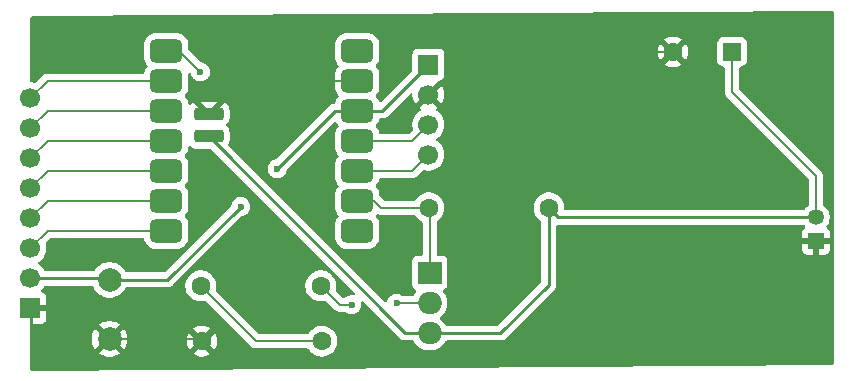
<source format=gbr>
G04 #@! TF.GenerationSoftware,KiCad,Pcbnew,9.0.4*
G04 #@! TF.CreationDate,2026-01-25T14:47:56-08:00*
G04 #@! TF.ProjectId,e-ink_PCB,652d696e-6b5f-4504-9342-2e6b69636164,rev?*
G04 #@! TF.SameCoordinates,Original*
G04 #@! TF.FileFunction,Copper,L1,Top*
G04 #@! TF.FilePolarity,Positive*
%FSLAX46Y46*%
G04 Gerber Fmt 4.6, Leading zero omitted, Abs format (unit mm)*
G04 Created by KiCad (PCBNEW 9.0.4) date 2026-01-25 14:47:56*
%MOMM*%
%LPD*%
G01*
G04 APERTURE LIST*
G04 Aperture macros list*
%AMRoundRect*
0 Rectangle with rounded corners*
0 $1 Rounding radius*
0 $2 $3 $4 $5 $6 $7 $8 $9 X,Y pos of 4 corners*
0 Add a 4 corners polygon primitive as box body*
4,1,4,$2,$3,$4,$5,$6,$7,$8,$9,$2,$3,0*
0 Add four circle primitives for the rounded corners*
1,1,$1+$1,$2,$3*
1,1,$1+$1,$4,$5*
1,1,$1+$1,$6,$7*
1,1,$1+$1,$8,$9*
0 Add four rect primitives between the rounded corners*
20,1,$1+$1,$2,$3,$4,$5,0*
20,1,$1+$1,$4,$5,$6,$7,0*
20,1,$1+$1,$6,$7,$8,$9,0*
20,1,$1+$1,$8,$9,$2,$3,0*%
G04 Aperture macros list end*
G04 #@! TA.AperFunction,SMDPad,CuDef*
%ADD10RoundRect,0.500000X-0.875000X-0.500000X0.875000X-0.500000X0.875000X0.500000X-0.875000X0.500000X0*%
G04 #@! TD*
G04 #@! TA.AperFunction,SMDPad,CuDef*
%ADD11RoundRect,0.275000X0.975000X0.275000X-0.975000X0.275000X-0.975000X-0.275000X0.975000X-0.275000X0*%
G04 #@! TD*
G04 #@! TA.AperFunction,ComponentPad*
%ADD12R,1.700000X1.700000*%
G04 #@! TD*
G04 #@! TA.AperFunction,ComponentPad*
%ADD13C,1.700000*%
G04 #@! TD*
G04 #@! TA.AperFunction,ComponentPad*
%ADD14C,1.600000*%
G04 #@! TD*
G04 #@! TA.AperFunction,ComponentPad*
%ADD15R,2.000000X1.905000*%
G04 #@! TD*
G04 #@! TA.AperFunction,ComponentPad*
%ADD16O,2.000000X1.905000*%
G04 #@! TD*
G04 #@! TA.AperFunction,ComponentPad*
%ADD17R,1.350000X1.350000*%
G04 #@! TD*
G04 #@! TA.AperFunction,ComponentPad*
%ADD18C,1.350000*%
G04 #@! TD*
G04 #@! TA.AperFunction,ComponentPad*
%ADD19RoundRect,0.250000X0.550000X0.550000X-0.550000X0.550000X-0.550000X-0.550000X0.550000X-0.550000X0*%
G04 #@! TD*
G04 #@! TA.AperFunction,ComponentPad*
%ADD20C,2.000000*%
G04 #@! TD*
G04 #@! TA.AperFunction,ViaPad*
%ADD21C,0.600000*%
G04 #@! TD*
G04 #@! TA.AperFunction,Conductor*
%ADD22C,0.200000*%
G04 #@! TD*
G04 #@! TA.AperFunction,Conductor*
%ADD23C,0.254000*%
G04 #@! TD*
G04 APERTURE END LIST*
D10*
G04 #@! TO.P,J1,2,Pin_8*
G04 #@! TO.N,Net-(J1-Pin_8)*
X88000000Y-96420000D03*
G04 #@! TO.P,J1,3,Pin_7*
G04 #@! TO.N,Net-(J2-Pin_8)*
X88000000Y-98960000D03*
G04 #@! TO.P,J1,3.3V,Pin_3*
G04 #@! TO.N,Net-(J2-Pin_2)*
X104165000Y-101500000D03*
G04 #@! TO.P,J1,4,Pin_6*
G04 #@! TO.N,Net-(J2-Pin_7)*
X88000000Y-101500000D03*
G04 #@! TO.P,J1,5,Pin_5*
G04 #@! TO.N,Net-(J2-Pin_6)*
X88000000Y-104040000D03*
G04 #@! TO.P,J1,5V,Pin_1*
G04 #@! TO.N,unconnected-(J1-Pin_1-Pad5V)*
X104165000Y-96420000D03*
G04 #@! TO.P,J1,6,Pin_4*
G04 #@! TO.N,Net-(J2-Pin_5)*
X88000000Y-106580000D03*
G04 #@! TO.P,J1,7,Pin_3*
G04 #@! TO.N,Net-(J2-Pin_4)*
X88000000Y-109120000D03*
G04 #@! TO.P,J1,8,Pin_6*
G04 #@! TO.N,Net-(Q1-G)*
X104165000Y-109120000D03*
G04 #@! TO.P,J1,9,Pin_5*
G04 #@! TO.N,Net-(J3-Pin_4)*
X104165000Y-106580000D03*
G04 #@! TO.P,J1,10,Pin_4*
G04 #@! TO.N,Net-(J3-Pin_3)*
X104165000Y-104040000D03*
G04 #@! TO.P,J1,20,Pin_7*
G04 #@! TO.N,unconnected-(J1-Pin_7-Pad20)*
X104165000Y-111660000D03*
G04 #@! TO.P,J1,21,Pin_2*
G04 #@! TO.N,Net-(J2-Pin_3)*
X88000000Y-111660000D03*
D11*
G04 #@! TO.P,J1,BAT+,Pin_1*
G04 #@! TO.N,Net-(J4-Pin_2)*
X91610000Y-103658000D03*
G04 #@! TO.P,J1,BAT-,Pin_1*
G04 #@! TO.N,GND*
X91610000Y-101753000D03*
D10*
G04 #@! TO.P,J1,GND,Pin_2*
X104165000Y-98960000D03*
G04 #@! TD*
D12*
G04 #@! TO.P,J3,VIN,Pin_1*
G04 #@! TO.N,Net-(J2-Pin_2)*
X110200000Y-97580000D03*
D13*
G04 #@! TO.P,J3,GND,Pin_2*
G04 #@! TO.N,GND*
X110200000Y-100120000D03*
G04 #@! TO.P,J3,SCL,Pin_3*
G04 #@! TO.N,Net-(J3-Pin_3)*
X110200000Y-102660000D03*
G04 #@! TO.P,J3,SDA,Pin_4*
G04 #@! TO.N,Net-(J3-Pin_4)*
X110200000Y-105200000D03*
G04 #@! TD*
D14*
G04 #@! TO.P,R3,1*
G04 #@! TO.N,Net-(Q1-G)*
X110240000Y-109700000D03*
G04 #@! TO.P,R3,2*
G04 #@! TO.N,Net-(J4-Pin_2)*
X120400000Y-109700000D03*
G04 #@! TD*
G04 #@! TO.P,R1,1*
G04 #@! TO.N,Net-(J1-Pin_8)*
X90920000Y-116300000D03*
G04 #@! TO.P,R1,2*
G04 #@! TO.N,Net-(Q1-D)*
X101080000Y-116300000D03*
G04 #@! TD*
D15*
G04 #@! TO.P,MOSFET,1,G*
G04 #@! TO.N,Net-(Q1-G)*
X110300000Y-115220000D03*
D16*
G04 #@! TO.P,MOSFET,2,D*
G04 #@! TO.N,Net-(Q1-D)*
X110300000Y-117760000D03*
G04 #@! TO.P,MOSFET,3,S*
G04 #@! TO.N,Net-(J4-Pin_2)*
X110300000Y-120300000D03*
G04 #@! TD*
D17*
G04 #@! TO.P,J5,1,Pin_1*
G04 #@! TO.N,GND*
X143000000Y-112500000D03*
D18*
G04 #@! TO.P,J5,2,Pin_2*
G04 #@! TO.N,Net-(J4-Pin_2)*
X143000000Y-110500000D03*
G04 #@! TD*
D19*
G04 #@! TO.P,J4,+,Pin_2*
G04 #@! TO.N,Net-(J4-Pin_2)*
X135902651Y-96500000D03*
D14*
G04 #@! TO.P,J4,-,Pin_1*
G04 #@! TO.N,GND*
X130902651Y-96500000D03*
G04 #@! TD*
D20*
G04 #@! TO.P,C1,1*
G04 #@! TO.N,GND*
X83200000Y-120800000D03*
G04 #@! TO.P,C1,2*
G04 #@! TO.N,Net-(J2-Pin_2)*
X83200000Y-115800000D03*
G04 #@! TD*
D12*
G04 #@! TO.P,Display,GND,Pin_1*
G04 #@! TO.N,GND*
X76500000Y-118200000D03*
D13*
G04 #@! TO.P,Display,VCC,Pin_2*
G04 #@! TO.N,Net-(J2-Pin_2)*
X76500000Y-115660000D03*
G04 #@! TO.P,Display,SCL,Pin_3*
G04 #@! TO.N,Net-(J2-Pin_3)*
X76500000Y-113120000D03*
G04 #@! TO.P,Display,SDA,Pin_4*
G04 #@! TO.N,Net-(J2-Pin_4)*
X76500000Y-110580000D03*
G04 #@! TO.P,Display,RES,Pin_5*
G04 #@! TO.N,Net-(J2-Pin_5)*
X76500000Y-108040000D03*
G04 #@! TO.P,Display,DC,Pin_6*
G04 #@! TO.N,Net-(J2-Pin_6)*
X76500000Y-105500000D03*
G04 #@! TO.P,Display,CS,Pin_7*
G04 #@! TO.N,Net-(J2-Pin_7)*
X76500000Y-102960000D03*
G04 #@! TO.P,Display,BUSY,Pin_8*
G04 #@! TO.N,Net-(J2-Pin_8)*
X76500000Y-100420000D03*
G04 #@! TD*
D14*
G04 #@! TO.P,R2,1*
G04 #@! TO.N,GND*
X91020000Y-121000000D03*
G04 #@! TO.P,R2,2*
G04 #@! TO.N,Net-(J1-Pin_8)*
X101180000Y-121000000D03*
G04 #@! TD*
D21*
G04 #@! TO.N,GND*
X141000000Y-112500000D03*
X120000000Y-105000000D03*
X130000000Y-105000000D03*
X80000000Y-95000000D03*
X110000000Y-95000000D03*
X140000000Y-95000000D03*
X120000000Y-95000000D03*
X120000000Y-120000000D03*
X130000000Y-120000000D03*
X140000000Y-120000000D03*
X126100000Y-96500000D03*
X120000000Y-96500000D03*
X98900000Y-98960000D03*
X94500000Y-98960000D03*
X88000000Y-121500000D03*
X79500000Y-119500000D03*
G04 #@! TO.N,Net-(J1-Pin_8)*
X90900000Y-98200000D03*
G04 #@! TO.N,Net-(J2-Pin_2)*
X94300000Y-109600000D03*
X97400000Y-106400000D03*
G04 #@! TO.N,Net-(Q1-D)*
X107500000Y-117800000D03*
X103700000Y-117900000D03*
G04 #@! TO.N,GND*
X143000000Y-117000000D03*
X143000000Y-115000000D03*
G04 #@! TD*
D22*
G04 #@! TO.N,GND*
X143000000Y-112500000D02*
X141000000Y-112500000D01*
X126100000Y-96500000D02*
X130902651Y-96500000D01*
X120000000Y-96500000D02*
X126100000Y-96500000D01*
X98900000Y-98960000D02*
X94500000Y-98960000D01*
X94500000Y-98960000D02*
X94403000Y-98960000D01*
X104165000Y-98960000D02*
X98900000Y-98960000D01*
X94403000Y-98960000D02*
X91610000Y-101753000D01*
X88000000Y-120800000D02*
X88000000Y-121500000D01*
X88000000Y-120800000D02*
X90820000Y-120800000D01*
X79500000Y-118200000D02*
X79500000Y-119500000D01*
X76500000Y-118200000D02*
X79500000Y-118200000D01*
G04 #@! TO.N,Net-(J1-Pin_8)*
X90900000Y-98200000D02*
X89120000Y-96420000D01*
X89120000Y-96420000D02*
X88000000Y-96420000D01*
D23*
G04 #@! TO.N,Net-(J2-Pin_2)*
X83200000Y-115800000D02*
X88100000Y-115800000D01*
X97400000Y-106400000D02*
X102300000Y-101500000D01*
X88100000Y-115800000D02*
X94300000Y-109600000D01*
X102300000Y-101500000D02*
X104165000Y-101500000D01*
D22*
G04 #@! TO.N,Net-(Q1-D)*
X107500000Y-117800000D02*
X107540000Y-117760000D01*
X107540000Y-117760000D02*
X110300000Y-117760000D01*
X102680000Y-117900000D02*
X103700000Y-117900000D01*
X101080000Y-116300000D02*
X102680000Y-117900000D01*
G04 #@! TO.N,GND*
X83200000Y-120800000D02*
X88000000Y-120800000D01*
X90820000Y-120800000D02*
X91020000Y-121000000D01*
X79500000Y-118200000D02*
X80600000Y-118200000D01*
X80600000Y-118200000D02*
X83200000Y-120800000D01*
G04 #@! TO.N,Net-(J2-Pin_3)*
X76500000Y-113120000D02*
X77960000Y-111660000D01*
X77960000Y-111660000D02*
X88000000Y-111660000D01*
G04 #@! TO.N,Net-(J2-Pin_4)*
X76500000Y-110580000D02*
X77960000Y-109120000D01*
X77960000Y-109120000D02*
X88000000Y-109120000D01*
G04 #@! TO.N,Net-(J2-Pin_5)*
X76500000Y-108040000D02*
X77960000Y-106580000D01*
X77960000Y-106580000D02*
X88000000Y-106580000D01*
G04 #@! TO.N,Net-(J2-Pin_6)*
X76500000Y-105500000D02*
X77960000Y-104040000D01*
X77960000Y-104040000D02*
X88000000Y-104040000D01*
G04 #@! TO.N,Net-(J2-Pin_7)*
X76500000Y-102960000D02*
X77960000Y-101500000D01*
X77960000Y-101500000D02*
X88000000Y-101500000D01*
G04 #@! TO.N,Net-(J2-Pin_8)*
X76500000Y-100420000D02*
X77960000Y-98960000D01*
X77960000Y-98960000D02*
X88000000Y-98960000D01*
D23*
G04 #@! TO.N,Net-(J4-Pin_2)*
X91610000Y-103658000D02*
X108252000Y-120300000D01*
X108252000Y-120300000D02*
X110300000Y-120300000D01*
G04 #@! TO.N,Net-(J2-Pin_2)*
X76500000Y-115660000D02*
X83060000Y-115660000D01*
D22*
X83060000Y-115660000D02*
X83200000Y-115800000D01*
G04 #@! TO.N,GND*
X113820000Y-96500000D02*
X120000000Y-96500000D01*
X110200000Y-100120000D02*
X113820000Y-96500000D01*
D23*
G04 #@! TO.N,Net-(J2-Pin_2)*
X104165000Y-101500000D02*
X106280000Y-101500000D01*
X106280000Y-101500000D02*
X110200000Y-97580000D01*
D22*
G04 #@! TO.N,Net-(J3-Pin_3)*
X104165000Y-104040000D02*
X108820000Y-104040000D01*
X108820000Y-104040000D02*
X110200000Y-102660000D01*
G04 #@! TO.N,Net-(J3-Pin_4)*
X104165000Y-106580000D02*
X108820000Y-106580000D01*
X108820000Y-106580000D02*
X110200000Y-105200000D01*
G04 #@! TO.N,Net-(Q1-G)*
X104165000Y-109120000D02*
X105620000Y-109120000D01*
X105620000Y-109120000D02*
X106200000Y-109700000D01*
X106200000Y-109700000D02*
X110240000Y-109700000D01*
X110300000Y-115220000D02*
X110300000Y-109760000D01*
X110300000Y-109760000D02*
X110240000Y-109700000D01*
G04 #@! TO.N,Net-(J1-Pin_8)*
X101180000Y-121000000D02*
X95620000Y-121000000D01*
X95620000Y-121000000D02*
X90920000Y-116300000D01*
D23*
G04 #@! TO.N,Net-(J4-Pin_2)*
X120400000Y-109700000D02*
X120400000Y-116200000D01*
X120400000Y-116200000D02*
X116300000Y-120300000D01*
X116300000Y-120300000D02*
X110300000Y-120300000D01*
X143000000Y-110500000D02*
X121199999Y-110499999D01*
X121199999Y-110499999D02*
X120400000Y-109700000D01*
D22*
G04 #@! TO.N,GND*
X143000000Y-115000000D02*
X143000000Y-117000000D01*
X143000000Y-112500000D02*
X143000000Y-115000000D01*
G04 #@! TO.N,Net-(J4-Pin_2)*
X143000000Y-110500000D02*
X143000000Y-107000000D01*
X143000000Y-107000000D02*
X135902651Y-99902651D01*
X135902651Y-99902651D02*
X135902651Y-96500000D01*
G04 #@! TD*
G04 #@! TA.AperFunction,Conductor*
G04 #@! TO.N,GND*
G36*
X144442271Y-93020109D02*
G01*
X144488413Y-93072576D01*
X144500000Y-93124915D01*
X144500000Y-122876908D01*
X144480315Y-122943947D01*
X144427511Y-122989702D01*
X144376912Y-123000905D01*
X76624912Y-123499081D01*
X76557729Y-123479890D01*
X76511587Y-123427423D01*
X76500000Y-123375084D01*
X76500000Y-120681947D01*
X81700000Y-120681947D01*
X81700000Y-120918052D01*
X81736934Y-121151247D01*
X81809897Y-121375802D01*
X81917087Y-121586174D01*
X81977338Y-121669104D01*
X81977340Y-121669105D01*
X82717037Y-120929408D01*
X82734075Y-120992993D01*
X82799901Y-121107007D01*
X82892993Y-121200099D01*
X83007007Y-121265925D01*
X83070590Y-121282962D01*
X82330893Y-122022658D01*
X82413828Y-122082914D01*
X82624197Y-122190102D01*
X82848752Y-122263065D01*
X82848751Y-122263065D01*
X83081948Y-122300000D01*
X83318052Y-122300000D01*
X83551247Y-122263065D01*
X83775802Y-122190102D01*
X83986163Y-122082918D01*
X83986169Y-122082914D01*
X84069105Y-122022658D01*
X83329408Y-121282962D01*
X83392993Y-121265925D01*
X83507007Y-121200099D01*
X83600099Y-121107007D01*
X83665925Y-120992993D01*
X83682962Y-120929408D01*
X84422658Y-121669105D01*
X84422658Y-121669104D01*
X84482914Y-121586169D01*
X84482918Y-121586163D01*
X84590102Y-121375802D01*
X84663065Y-121151247D01*
X84700000Y-120918052D01*
X84700000Y-120897682D01*
X89720000Y-120897682D01*
X89720000Y-121102317D01*
X89752009Y-121304417D01*
X89815244Y-121499031D01*
X89908141Y-121681350D01*
X89908147Y-121681359D01*
X89940523Y-121725921D01*
X89940524Y-121725922D01*
X90620000Y-121046446D01*
X90620000Y-121052661D01*
X90647259Y-121154394D01*
X90699920Y-121245606D01*
X90774394Y-121320080D01*
X90865606Y-121372741D01*
X90967339Y-121400000D01*
X90973553Y-121400000D01*
X90294076Y-122079474D01*
X90338650Y-122111859D01*
X90520968Y-122204755D01*
X90715582Y-122267990D01*
X90917683Y-122300000D01*
X91122317Y-122300000D01*
X91324417Y-122267990D01*
X91519031Y-122204755D01*
X91701349Y-122111859D01*
X91745921Y-122079474D01*
X91066447Y-121400000D01*
X91072661Y-121400000D01*
X91174394Y-121372741D01*
X91265606Y-121320080D01*
X91340080Y-121245606D01*
X91392741Y-121154394D01*
X91420000Y-121052661D01*
X91420000Y-121046447D01*
X92099474Y-121725921D01*
X92131859Y-121681349D01*
X92224755Y-121499031D01*
X92287990Y-121304417D01*
X92320000Y-121102317D01*
X92320000Y-120897682D01*
X92287990Y-120695582D01*
X92224755Y-120500968D01*
X92131859Y-120318650D01*
X92099474Y-120274077D01*
X92099474Y-120274076D01*
X91420000Y-120953551D01*
X91420000Y-120947339D01*
X91392741Y-120845606D01*
X91340080Y-120754394D01*
X91265606Y-120679920D01*
X91174394Y-120627259D01*
X91072661Y-120600000D01*
X91066446Y-120600000D01*
X91745922Y-119920524D01*
X91745921Y-119920523D01*
X91701359Y-119888147D01*
X91701350Y-119888141D01*
X91519031Y-119795244D01*
X91324417Y-119732009D01*
X91122317Y-119700000D01*
X90917683Y-119700000D01*
X90715582Y-119732009D01*
X90520968Y-119795244D01*
X90338644Y-119888143D01*
X90294077Y-119920523D01*
X90294077Y-119920524D01*
X90973554Y-120600000D01*
X90967339Y-120600000D01*
X90865606Y-120627259D01*
X90774394Y-120679920D01*
X90699920Y-120754394D01*
X90647259Y-120845606D01*
X90620000Y-120947339D01*
X90620000Y-120953553D01*
X89940524Y-120274077D01*
X89940523Y-120274077D01*
X89908143Y-120318644D01*
X89815244Y-120500968D01*
X89752009Y-120695582D01*
X89720000Y-120897682D01*
X84700000Y-120897682D01*
X84700000Y-120681947D01*
X84663065Y-120448752D01*
X84590102Y-120224197D01*
X84488137Y-120024078D01*
X84482914Y-120013828D01*
X84422658Y-119930894D01*
X84422658Y-119930893D01*
X83682962Y-120670590D01*
X83665925Y-120607007D01*
X83600099Y-120492993D01*
X83507007Y-120399901D01*
X83392993Y-120334075D01*
X83329409Y-120317037D01*
X84069105Y-119577340D01*
X84069104Y-119577338D01*
X83986174Y-119517087D01*
X83775802Y-119409897D01*
X83551247Y-119336934D01*
X83551248Y-119336934D01*
X83318052Y-119300000D01*
X83081948Y-119300000D01*
X82848752Y-119336934D01*
X82624197Y-119409897D01*
X82413830Y-119517084D01*
X82330894Y-119577340D01*
X83070591Y-120317037D01*
X83007007Y-120334075D01*
X82892993Y-120399901D01*
X82799901Y-120492993D01*
X82734075Y-120607007D01*
X82717037Y-120670591D01*
X81977340Y-119930894D01*
X81917084Y-120013830D01*
X81809897Y-120224197D01*
X81736934Y-120448752D01*
X81700000Y-120681947D01*
X76500000Y-120681947D01*
X76500000Y-119680000D01*
X76500000Y-118700000D01*
X76565826Y-118700000D01*
X76692993Y-118665925D01*
X76750000Y-118633012D01*
X76750000Y-119550000D01*
X77397828Y-119550000D01*
X77397844Y-119549999D01*
X77457372Y-119543598D01*
X77457379Y-119543596D01*
X77551702Y-119508417D01*
X77592086Y-119493354D01*
X77592093Y-119493350D01*
X77707187Y-119407190D01*
X77707190Y-119407187D01*
X77793350Y-119292093D01*
X77793354Y-119292086D01*
X77843596Y-119157379D01*
X77843598Y-119157372D01*
X77849999Y-119097844D01*
X77850000Y-119097827D01*
X77850000Y-118450000D01*
X76933012Y-118450000D01*
X76965925Y-118392993D01*
X77000000Y-118265826D01*
X77000000Y-118134174D01*
X76965925Y-118007007D01*
X76933012Y-117950000D01*
X77850000Y-117950000D01*
X77850000Y-117302172D01*
X77849999Y-117302155D01*
X77843598Y-117242627D01*
X77843596Y-117242620D01*
X77793354Y-117107913D01*
X77793350Y-117107906D01*
X77707190Y-116992812D01*
X77707187Y-116992809D01*
X77592093Y-116906649D01*
X77592088Y-116906646D01*
X77460528Y-116857577D01*
X77404595Y-116815705D01*
X77380178Y-116750241D01*
X77395030Y-116681968D01*
X77416175Y-116653720D01*
X77530104Y-116539792D01*
X77537186Y-116530044D01*
X77655050Y-116367818D01*
X77661475Y-116355208D01*
X77709448Y-116304411D01*
X77771961Y-116287500D01*
X81690588Y-116287500D01*
X81757627Y-116307185D01*
X81803382Y-116359989D01*
X81808518Y-116373178D01*
X81809433Y-116375995D01*
X81844292Y-116444409D01*
X81916657Y-116586433D01*
X82055483Y-116777510D01*
X82222490Y-116944517D01*
X82413567Y-117083343D01*
X82476498Y-117115408D01*
X82624003Y-117190566D01*
X82624005Y-117190566D01*
X82624008Y-117190568D01*
X82744412Y-117229689D01*
X82848631Y-117263553D01*
X83081903Y-117300500D01*
X83081908Y-117300500D01*
X83318097Y-117300500D01*
X83551368Y-117263553D01*
X83615771Y-117242627D01*
X83775992Y-117190568D01*
X83986433Y-117083343D01*
X84177510Y-116944517D01*
X84344517Y-116777510D01*
X84483343Y-116586433D01*
X84520629Y-116513253D01*
X84529826Y-116495205D01*
X84577801Y-116444409D01*
X84640311Y-116427500D01*
X88161804Y-116427500D01*
X88161805Y-116427499D01*
X88283035Y-116403386D01*
X88368907Y-116367816D01*
X88368908Y-116367816D01*
X88397226Y-116356086D01*
X88397226Y-116356085D01*
X88397233Y-116356083D01*
X88500008Y-116287411D01*
X88587411Y-116200008D01*
X88589771Y-116197648D01*
X89619500Y-116197648D01*
X89619500Y-116402351D01*
X89651522Y-116604534D01*
X89714781Y-116799223D01*
X89769243Y-116906109D01*
X89805489Y-116977246D01*
X89807715Y-116981613D01*
X89928028Y-117147213D01*
X90072786Y-117291971D01*
X90227749Y-117404556D01*
X90238390Y-117412287D01*
X90354607Y-117471503D01*
X90420776Y-117505218D01*
X90420778Y-117505218D01*
X90420781Y-117505220D01*
X90525137Y-117539127D01*
X90615465Y-117568477D01*
X90716557Y-117584488D01*
X90817648Y-117600500D01*
X90817649Y-117600500D01*
X91022351Y-117600500D01*
X91022352Y-117600500D01*
X91224534Y-117568477D01*
X91238842Y-117563827D01*
X91308682Y-117561831D01*
X91364841Y-117594076D01*
X95251284Y-121480520D01*
X95251286Y-121480521D01*
X95251290Y-121480524D01*
X95359013Y-121542717D01*
X95388216Y-121559577D01*
X95540943Y-121600501D01*
X95540945Y-121600501D01*
X95706654Y-121600501D01*
X95706670Y-121600500D01*
X99950398Y-121600500D01*
X100017437Y-121620185D01*
X100060882Y-121668204D01*
X100066821Y-121679859D01*
X100067715Y-121681614D01*
X100188028Y-121847213D01*
X100332786Y-121991971D01*
X100487749Y-122104556D01*
X100498390Y-122112287D01*
X100614607Y-122171503D01*
X100680776Y-122205218D01*
X100680778Y-122205218D01*
X100680781Y-122205220D01*
X100785137Y-122239127D01*
X100875465Y-122268477D01*
X100976557Y-122284488D01*
X101077648Y-122300500D01*
X101077649Y-122300500D01*
X101282351Y-122300500D01*
X101282352Y-122300500D01*
X101484534Y-122268477D01*
X101679219Y-122205220D01*
X101861610Y-122112287D01*
X101984975Y-122022658D01*
X102027213Y-121991971D01*
X102027215Y-121991968D01*
X102027219Y-121991966D01*
X102171966Y-121847219D01*
X102171968Y-121847215D01*
X102171971Y-121847213D01*
X102224732Y-121774590D01*
X102292287Y-121681610D01*
X102385220Y-121499219D01*
X102448477Y-121304534D01*
X102480500Y-121102352D01*
X102480500Y-120897648D01*
X102463040Y-120787411D01*
X102448477Y-120695465D01*
X102417458Y-120600000D01*
X102385220Y-120500781D01*
X102385218Y-120500778D01*
X102385218Y-120500776D01*
X102333819Y-120399901D01*
X102292287Y-120318390D01*
X102260092Y-120274077D01*
X102171971Y-120152786D01*
X102027213Y-120008028D01*
X101861613Y-119887715D01*
X101861612Y-119887714D01*
X101861610Y-119887713D01*
X101804653Y-119858691D01*
X101679223Y-119794781D01*
X101484534Y-119731522D01*
X101309995Y-119703878D01*
X101282352Y-119699500D01*
X101077648Y-119699500D01*
X101053329Y-119703351D01*
X100875465Y-119731522D01*
X100680776Y-119794781D01*
X100498386Y-119887715D01*
X100332786Y-120008028D01*
X100188028Y-120152786D01*
X100067715Y-120318385D01*
X100060883Y-120331795D01*
X100012909Y-120382591D01*
X99950398Y-120399500D01*
X95920098Y-120399500D01*
X95853059Y-120379815D01*
X95832417Y-120363181D01*
X92214077Y-116744842D01*
X92180592Y-116683519D01*
X92183828Y-116618841D01*
X92183829Y-116618838D01*
X92188477Y-116604534D01*
X92220500Y-116402352D01*
X92220500Y-116197648D01*
X92188477Y-115995466D01*
X92125220Y-115800781D01*
X92125218Y-115800778D01*
X92125218Y-115800776D01*
X92091503Y-115734607D01*
X92032287Y-115618390D01*
X92024556Y-115607749D01*
X91911971Y-115452786D01*
X91767213Y-115308028D01*
X91601613Y-115187715D01*
X91601612Y-115187714D01*
X91601610Y-115187713D01*
X91511085Y-115141588D01*
X91419223Y-115094781D01*
X91224534Y-115031522D01*
X91049995Y-115003878D01*
X91022352Y-114999500D01*
X90817648Y-114999500D01*
X90793329Y-115003351D01*
X90615465Y-115031522D01*
X90420776Y-115094781D01*
X90238386Y-115187715D01*
X90072786Y-115308028D01*
X89928028Y-115452786D01*
X89807715Y-115618386D01*
X89714781Y-115800776D01*
X89651522Y-115995465D01*
X89619500Y-116197648D01*
X88589771Y-116197648D01*
X94362328Y-110425089D01*
X94423649Y-110391606D01*
X94425648Y-110391189D01*
X94533497Y-110369737D01*
X94679179Y-110309394D01*
X94810289Y-110221789D01*
X94921789Y-110110289D01*
X95009394Y-109979179D01*
X95069737Y-109833497D01*
X95100500Y-109678842D01*
X95100500Y-109521158D01*
X95100500Y-109521155D01*
X95100499Y-109521153D01*
X95089349Y-109465098D01*
X95069737Y-109366503D01*
X95038694Y-109291557D01*
X95009397Y-109220827D01*
X95009390Y-109220814D01*
X94921789Y-109089711D01*
X94921786Y-109089707D01*
X94810292Y-108978213D01*
X94810288Y-108978210D01*
X94679185Y-108890609D01*
X94679172Y-108890602D01*
X94533501Y-108830264D01*
X94533489Y-108830261D01*
X94378845Y-108799500D01*
X94378842Y-108799500D01*
X94221158Y-108799500D01*
X94221155Y-108799500D01*
X94066510Y-108830261D01*
X94066498Y-108830264D01*
X93920827Y-108890602D01*
X93920814Y-108890609D01*
X93789711Y-108978210D01*
X93789707Y-108978213D01*
X93678213Y-109089707D01*
X93678210Y-109089711D01*
X93590609Y-109220814D01*
X93590602Y-109220827D01*
X93530264Y-109366498D01*
X93530261Y-109366508D01*
X93508843Y-109474183D01*
X93476458Y-109536094D01*
X93474907Y-109537672D01*
X87876400Y-115136181D01*
X87815077Y-115169666D01*
X87788719Y-115172500D01*
X84640311Y-115172500D01*
X84573272Y-115152815D01*
X84529826Y-115104795D01*
X84514272Y-115074269D01*
X84483343Y-115013567D01*
X84344517Y-114822490D01*
X84177510Y-114655483D01*
X83986433Y-114516657D01*
X83954696Y-114500486D01*
X83775996Y-114409433D01*
X83551368Y-114336446D01*
X83318097Y-114299500D01*
X83318092Y-114299500D01*
X83081908Y-114299500D01*
X83081903Y-114299500D01*
X82848631Y-114336446D01*
X82624003Y-114409433D01*
X82413566Y-114516657D01*
X82304550Y-114595862D01*
X82222490Y-114655483D01*
X82222488Y-114655485D01*
X82222487Y-114655485D01*
X82055485Y-114822487D01*
X82055485Y-114822488D01*
X82055483Y-114822490D01*
X81952094Y-114964792D01*
X81940038Y-114981386D01*
X81884708Y-115024051D01*
X81839720Y-115032500D01*
X77771961Y-115032500D01*
X77704922Y-115012815D01*
X77661475Y-114964792D01*
X77655050Y-114952181D01*
X77530109Y-114780213D01*
X77379786Y-114629890D01*
X77207820Y-114504951D01*
X77207115Y-114504591D01*
X77199054Y-114500485D01*
X77148259Y-114452512D01*
X77131463Y-114384692D01*
X77153999Y-114318556D01*
X77199054Y-114279515D01*
X77207816Y-114275051D01*
X77284090Y-114219635D01*
X77379786Y-114150109D01*
X77379788Y-114150106D01*
X77379792Y-114150104D01*
X77530104Y-113999792D01*
X77530106Y-113999788D01*
X77530109Y-113999786D01*
X77655048Y-113827820D01*
X77655047Y-113827820D01*
X77655051Y-113827816D01*
X77751557Y-113638412D01*
X77817246Y-113436243D01*
X77850500Y-113226287D01*
X77850500Y-113013713D01*
X77817246Y-112803757D01*
X77803506Y-112761473D01*
X77801512Y-112691635D01*
X77833753Y-112635480D01*
X78172418Y-112296817D01*
X78233740Y-112263334D01*
X78260098Y-112260500D01*
X86019610Y-112260500D01*
X86086649Y-112280185D01*
X86132404Y-112332989D01*
X86138823Y-112350382D01*
X86156507Y-112412184D01*
X86191089Y-112533045D01*
X86191090Y-112533048D01*
X86191091Y-112533049D01*
X86285302Y-112713407D01*
X86285304Y-112713409D01*
X86413890Y-112871109D01*
X86507803Y-112947684D01*
X86571593Y-112999698D01*
X86751951Y-113093909D01*
X86947582Y-113149886D01*
X87066963Y-113160500D01*
X88933036Y-113160499D01*
X89052418Y-113149886D01*
X89248049Y-113093909D01*
X89428407Y-112999698D01*
X89586109Y-112871109D01*
X89714698Y-112713407D01*
X89808909Y-112533049D01*
X89864886Y-112337418D01*
X89875500Y-112218037D01*
X89875499Y-111101964D01*
X89864886Y-110982582D01*
X89816158Y-110812286D01*
X89808910Y-110786954D01*
X89808909Y-110786953D01*
X89808909Y-110786951D01*
X89714698Y-110606593D01*
X89601983Y-110468359D01*
X89574875Y-110403965D01*
X89586884Y-110335135D01*
X89601981Y-110311642D01*
X89714698Y-110173407D01*
X89808909Y-109993049D01*
X89864886Y-109797418D01*
X89875500Y-109678037D01*
X89875499Y-108561964D01*
X89864886Y-108442582D01*
X89808909Y-108246951D01*
X89714698Y-108066593D01*
X89601983Y-107928359D01*
X89574875Y-107863965D01*
X89586884Y-107795135D01*
X89601981Y-107771642D01*
X89714698Y-107633407D01*
X89808909Y-107453049D01*
X89864886Y-107257418D01*
X89875500Y-107138037D01*
X89875499Y-106021964D01*
X89864886Y-105902582D01*
X89812189Y-105718414D01*
X89808910Y-105706954D01*
X89808909Y-105706953D01*
X89808909Y-105706951D01*
X89714698Y-105526593D01*
X89601983Y-105388359D01*
X89574875Y-105323965D01*
X89586884Y-105255135D01*
X89601981Y-105231642D01*
X89714698Y-105093407D01*
X89808909Y-104913049D01*
X89864886Y-104717418D01*
X89875500Y-104598037D01*
X89875499Y-104569584D01*
X89895181Y-104502548D01*
X89947984Y-104456791D01*
X90017142Y-104446846D01*
X90080699Y-104475868D01*
X90087180Y-104481903D01*
X90148424Y-104543147D01*
X90296394Y-104636122D01*
X90461343Y-104693841D01*
X90461349Y-104693841D01*
X90461351Y-104693842D01*
X90502750Y-104698506D01*
X90591442Y-104708499D01*
X90591445Y-104708500D01*
X90591448Y-104708500D01*
X91721719Y-104708500D01*
X91788758Y-104728185D01*
X91809400Y-104744819D01*
X103970690Y-116906109D01*
X104004175Y-116967432D01*
X103999191Y-117037124D01*
X103957319Y-117093057D01*
X103891855Y-117117474D01*
X103858819Y-117115408D01*
X103778842Y-117099500D01*
X103621158Y-117099500D01*
X103621155Y-117099500D01*
X103466510Y-117130261D01*
X103466498Y-117130264D01*
X103320827Y-117190602D01*
X103320814Y-117190609D01*
X103189125Y-117278602D01*
X103171078Y-117284252D01*
X103155169Y-117294477D01*
X103124207Y-117298928D01*
X103122447Y-117299480D01*
X103120234Y-117299500D01*
X102980098Y-117299500D01*
X102913059Y-117279815D01*
X102892417Y-117263181D01*
X102374077Y-116744841D01*
X102340592Y-116683518D01*
X102343828Y-116618841D01*
X102348477Y-116604534D01*
X102380500Y-116402352D01*
X102380500Y-116197648D01*
X102348477Y-115995466D01*
X102285220Y-115800781D01*
X102285218Y-115800778D01*
X102285218Y-115800776D01*
X102251503Y-115734607D01*
X102192287Y-115618390D01*
X102184556Y-115607749D01*
X102071971Y-115452786D01*
X101927213Y-115308028D01*
X101761613Y-115187715D01*
X101761612Y-115187714D01*
X101761610Y-115187713D01*
X101671085Y-115141588D01*
X101579223Y-115094781D01*
X101384534Y-115031522D01*
X101209995Y-115003878D01*
X101182352Y-114999500D01*
X100977648Y-114999500D01*
X100953329Y-115003351D01*
X100775465Y-115031522D01*
X100580776Y-115094781D01*
X100398386Y-115187715D01*
X100232786Y-115308028D01*
X100088028Y-115452786D01*
X99967715Y-115618386D01*
X99874781Y-115800776D01*
X99811522Y-115995465D01*
X99779500Y-116197648D01*
X99779500Y-116402351D01*
X99811522Y-116604534D01*
X99874781Y-116799223D01*
X99929243Y-116906109D01*
X99965489Y-116977246D01*
X99967715Y-116981613D01*
X100088028Y-117147213D01*
X100232786Y-117291971D01*
X100387749Y-117404556D01*
X100398390Y-117412287D01*
X100514607Y-117471503D01*
X100580776Y-117505218D01*
X100580778Y-117505218D01*
X100580781Y-117505220D01*
X100685137Y-117539127D01*
X100775465Y-117568477D01*
X100876557Y-117584488D01*
X100977648Y-117600500D01*
X100977649Y-117600500D01*
X101182351Y-117600500D01*
X101182352Y-117600500D01*
X101384534Y-117568477D01*
X101398842Y-117563827D01*
X101468679Y-117561831D01*
X101524841Y-117594077D01*
X102311284Y-118380520D01*
X102311286Y-118380521D01*
X102311290Y-118380524D01*
X102431628Y-118450000D01*
X102448216Y-118459577D01*
X102600943Y-118500501D01*
X102600945Y-118500501D01*
X102766654Y-118500501D01*
X102766670Y-118500500D01*
X103120234Y-118500500D01*
X103187273Y-118520185D01*
X103189125Y-118521398D01*
X103320814Y-118609390D01*
X103320827Y-118609397D01*
X103434722Y-118656573D01*
X103466503Y-118669737D01*
X103618644Y-118700000D01*
X103621153Y-118700499D01*
X103621156Y-118700500D01*
X103621158Y-118700500D01*
X103778844Y-118700500D01*
X103778845Y-118700499D01*
X103933497Y-118669737D01*
X104079179Y-118609394D01*
X104210289Y-118521789D01*
X104321789Y-118410289D01*
X104409394Y-118279179D01*
X104469737Y-118133497D01*
X104500500Y-117978842D01*
X104500500Y-117821158D01*
X104500500Y-117821155D01*
X104484592Y-117741182D01*
X104490819Y-117671590D01*
X104533682Y-117616413D01*
X104599572Y-117593168D01*
X104667569Y-117609236D01*
X104693890Y-117629309D01*
X107764589Y-120700008D01*
X107818975Y-120754394D01*
X107851993Y-120787412D01*
X107954760Y-120856079D01*
X107954773Y-120856086D01*
X108068960Y-120903383D01*
X108068965Y-120903385D01*
X108068969Y-120903385D01*
X108068970Y-120903386D01*
X108190194Y-120927500D01*
X108190197Y-120927500D01*
X108865500Y-120927500D01*
X108932539Y-120947185D01*
X108975983Y-120995203D01*
X109009783Y-121061538D01*
X109144214Y-121246566D01*
X109305934Y-121408286D01*
X109490962Y-121542717D01*
X109604368Y-121600500D01*
X109694744Y-121646549D01*
X109912251Y-121717221D01*
X109912252Y-121717221D01*
X109912255Y-121717222D01*
X110138146Y-121753000D01*
X110138147Y-121753000D01*
X110461853Y-121753000D01*
X110461854Y-121753000D01*
X110687745Y-121717222D01*
X110687748Y-121717221D01*
X110687749Y-121717221D01*
X110905255Y-121646549D01*
X110905255Y-121646548D01*
X110905258Y-121646548D01*
X111109038Y-121542717D01*
X111294066Y-121408286D01*
X111455786Y-121246566D01*
X111590217Y-121061538D01*
X111624016Y-120995203D01*
X111671989Y-120944409D01*
X111734500Y-120927500D01*
X116361804Y-120927500D01*
X116361805Y-120927499D01*
X116483035Y-120903386D01*
X116563784Y-120869937D01*
X116597233Y-120856083D01*
X116700008Y-120787411D01*
X116787411Y-120700008D01*
X120887411Y-116600008D01*
X120956083Y-116497233D01*
X120956084Y-116497230D01*
X120956086Y-116497227D01*
X120977963Y-116444409D01*
X120990786Y-116413452D01*
X121003386Y-116383034D01*
X121027500Y-116261803D01*
X121027500Y-116138196D01*
X121027500Y-111251499D01*
X121047185Y-111184460D01*
X121099989Y-111138705D01*
X121151500Y-111127499D01*
X141939726Y-111127499D01*
X141944975Y-111129040D01*
X141950337Y-111127954D01*
X141978141Y-111138779D01*
X142006765Y-111147184D01*
X142011699Y-111151844D01*
X142015446Y-111153303D01*
X142040044Y-111178614D01*
X142078840Y-111232012D01*
X142102320Y-111297818D01*
X142086495Y-111365872D01*
X142052833Y-111404164D01*
X141967809Y-111467813D01*
X141881649Y-111582906D01*
X141881645Y-111582913D01*
X141831403Y-111717620D01*
X141831401Y-111717627D01*
X141825000Y-111777155D01*
X141825000Y-112250000D01*
X142684314Y-112250000D01*
X142679920Y-112254394D01*
X142627259Y-112345606D01*
X142600000Y-112447339D01*
X142600000Y-112552661D01*
X142627259Y-112654394D01*
X142679920Y-112745606D01*
X142684314Y-112750000D01*
X141825000Y-112750000D01*
X141825000Y-113222844D01*
X141831401Y-113282372D01*
X141831403Y-113282379D01*
X141881645Y-113417086D01*
X141881649Y-113417093D01*
X141967809Y-113532187D01*
X141967812Y-113532190D01*
X142082906Y-113618350D01*
X142082913Y-113618354D01*
X142217620Y-113668596D01*
X142217627Y-113668598D01*
X142277155Y-113674999D01*
X142277172Y-113675000D01*
X142750000Y-113675000D01*
X142750000Y-112815686D01*
X142754394Y-112820080D01*
X142845606Y-112872741D01*
X142947339Y-112900000D01*
X143052661Y-112900000D01*
X143154394Y-112872741D01*
X143245606Y-112820080D01*
X143250000Y-112815686D01*
X143250000Y-113675000D01*
X143722828Y-113675000D01*
X143722844Y-113674999D01*
X143782372Y-113668598D01*
X143782379Y-113668596D01*
X143917086Y-113618354D01*
X143917093Y-113618350D01*
X144032187Y-113532190D01*
X144032190Y-113532187D01*
X144118350Y-113417093D01*
X144118354Y-113417086D01*
X144168596Y-113282379D01*
X144168598Y-113282372D01*
X144174999Y-113222844D01*
X144175000Y-113222827D01*
X144175000Y-112750000D01*
X143315686Y-112750000D01*
X143320080Y-112745606D01*
X143372741Y-112654394D01*
X143400000Y-112552661D01*
X143400000Y-112447339D01*
X143372741Y-112345606D01*
X143320080Y-112254394D01*
X143315686Y-112250000D01*
X144175000Y-112250000D01*
X144175000Y-111777172D01*
X144174999Y-111777155D01*
X144168598Y-111717627D01*
X144168596Y-111717620D01*
X144118354Y-111582913D01*
X144118350Y-111582906D01*
X144032190Y-111467812D01*
X143947166Y-111404162D01*
X143905296Y-111348228D01*
X143900312Y-111278536D01*
X143921157Y-111232015D01*
X144005378Y-111116096D01*
X144089379Y-110951235D01*
X144146555Y-110775264D01*
X144175500Y-110592514D01*
X144175500Y-110407486D01*
X144146555Y-110224736D01*
X144104556Y-110095475D01*
X144089380Y-110048767D01*
X144089379Y-110048764D01*
X144005377Y-109883903D01*
X143896621Y-109734213D01*
X143765787Y-109603379D01*
X143651615Y-109520428D01*
X143608949Y-109465098D01*
X143600500Y-109420110D01*
X143600500Y-106920943D01*
X143597647Y-106910293D01*
X143562516Y-106779185D01*
X143559577Y-106768215D01*
X143518595Y-106697232D01*
X143518595Y-106697231D01*
X143480524Y-106631290D01*
X143480521Y-106631286D01*
X143480520Y-106631284D01*
X143368716Y-106519480D01*
X143368715Y-106519479D01*
X143364385Y-106515149D01*
X143364374Y-106515139D01*
X136539470Y-99690235D01*
X136505985Y-99628912D01*
X136503151Y-99602554D01*
X136503151Y-97912162D01*
X136522836Y-97845123D01*
X136575640Y-97799368D01*
X136601203Y-97790907D01*
X136605439Y-97789999D01*
X136605448Y-97789999D01*
X136771985Y-97734814D01*
X136921307Y-97642712D01*
X137045363Y-97518656D01*
X137137465Y-97369334D01*
X137192650Y-97202797D01*
X137203151Y-97100009D01*
X137203150Y-95899992D01*
X137192650Y-95797203D01*
X137137465Y-95630666D01*
X137045363Y-95481344D01*
X136921307Y-95357288D01*
X136771985Y-95265186D01*
X136605448Y-95210001D01*
X136605446Y-95210000D01*
X136502661Y-95199500D01*
X135302649Y-95199500D01*
X135302632Y-95199501D01*
X135199854Y-95210000D01*
X135199851Y-95210001D01*
X135033319Y-95265185D01*
X135033314Y-95265187D01*
X134883993Y-95357289D01*
X134759940Y-95481342D01*
X134667838Y-95630663D01*
X134667837Y-95630666D01*
X134612652Y-95797203D01*
X134612652Y-95797204D01*
X134612651Y-95797204D01*
X134602151Y-95899983D01*
X134602151Y-97100001D01*
X134602152Y-97100018D01*
X134612651Y-97202796D01*
X134612652Y-97202799D01*
X134666542Y-97365425D01*
X134667837Y-97369334D01*
X134759939Y-97518656D01*
X134883995Y-97642712D01*
X135033317Y-97734814D01*
X135199854Y-97789999D01*
X135199860Y-97789999D01*
X135204099Y-97790907D01*
X135265535Y-97824185D01*
X135299227Y-97885394D01*
X135302151Y-97912162D01*
X135302151Y-99815981D01*
X135302150Y-99815999D01*
X135302150Y-99981705D01*
X135302149Y-99981705D01*
X135323524Y-100061476D01*
X135343074Y-100134436D01*
X135353006Y-100151639D01*
X135372009Y-100184551D01*
X135372010Y-100184555D01*
X135372011Y-100184555D01*
X135389956Y-100215638D01*
X135422130Y-100271365D01*
X135422132Y-100271368D01*
X135541000Y-100390236D01*
X135541006Y-100390241D01*
X142363181Y-107212416D01*
X142396666Y-107273739D01*
X142399500Y-107300097D01*
X142399500Y-109420110D01*
X142379815Y-109487149D01*
X142348385Y-109520428D01*
X142234216Y-109603376D01*
X142234210Y-109603381D01*
X142103381Y-109734210D01*
X142103374Y-109734219D01*
X142040043Y-109821385D01*
X141984713Y-109864051D01*
X141939726Y-109872499D01*
X121824500Y-109872499D01*
X121757461Y-109852814D01*
X121711706Y-109800010D01*
X121700500Y-109748499D01*
X121700500Y-109597648D01*
X121668477Y-109395465D01*
X121605218Y-109200776D01*
X121571503Y-109134607D01*
X121512287Y-109018390D01*
X121483097Y-108978213D01*
X121391971Y-108852786D01*
X121247213Y-108708028D01*
X121081613Y-108587715D01*
X121081612Y-108587714D01*
X121081610Y-108587713D01*
X121024104Y-108558412D01*
X120899223Y-108494781D01*
X120704534Y-108431522D01*
X120529995Y-108403878D01*
X120502352Y-108399500D01*
X120297648Y-108399500D01*
X120273329Y-108403351D01*
X120095465Y-108431522D01*
X119900776Y-108494781D01*
X119718386Y-108587715D01*
X119552786Y-108708028D01*
X119408028Y-108852786D01*
X119287715Y-109018386D01*
X119194781Y-109200776D01*
X119131522Y-109395465D01*
X119099500Y-109597648D01*
X119099500Y-109802351D01*
X119131522Y-110004534D01*
X119194781Y-110199223D01*
X119252060Y-110311637D01*
X119281663Y-110369737D01*
X119287715Y-110381613D01*
X119408028Y-110547213D01*
X119552784Y-110691969D01*
X119619572Y-110740492D01*
X119718390Y-110812287D01*
X119718395Y-110812289D01*
X119721384Y-110814461D01*
X119764051Y-110869791D01*
X119772500Y-110914780D01*
X119772500Y-115888719D01*
X119752815Y-115955758D01*
X119736181Y-115976400D01*
X116076400Y-119636181D01*
X116015077Y-119669666D01*
X115988719Y-119672500D01*
X111734500Y-119672500D01*
X111667461Y-119652815D01*
X111624015Y-119604795D01*
X111610025Y-119577338D01*
X111590217Y-119538462D01*
X111455786Y-119353434D01*
X111294066Y-119191714D01*
X111209559Y-119130316D01*
X111166896Y-119074988D01*
X111160917Y-119005375D01*
X111193523Y-118943580D01*
X111209556Y-118929685D01*
X111294066Y-118868286D01*
X111455786Y-118706566D01*
X111590217Y-118521538D01*
X111694048Y-118317758D01*
X111753918Y-118133497D01*
X111764721Y-118100249D01*
X111764721Y-118100248D01*
X111764722Y-118100245D01*
X111800500Y-117874354D01*
X111800500Y-117645646D01*
X111764722Y-117419755D01*
X111764721Y-117419751D01*
X111764721Y-117419750D01*
X111694049Y-117202244D01*
X111657372Y-117130261D01*
X111590217Y-116998462D01*
X111457472Y-116815755D01*
X111433994Y-116749953D01*
X111449819Y-116681899D01*
X111499925Y-116633204D01*
X111514455Y-116626692D01*
X111542331Y-116616296D01*
X111657546Y-116530046D01*
X111743796Y-116414831D01*
X111794091Y-116279983D01*
X111800500Y-116220373D01*
X111800499Y-114219628D01*
X111794091Y-114160017D01*
X111743796Y-114025169D01*
X111743795Y-114025168D01*
X111743793Y-114025164D01*
X111657547Y-113909955D01*
X111657544Y-113909952D01*
X111542335Y-113823706D01*
X111542328Y-113823702D01*
X111407482Y-113773408D01*
X111407483Y-113773408D01*
X111347883Y-113767001D01*
X111347881Y-113767000D01*
X111347873Y-113767000D01*
X111347865Y-113767000D01*
X111024500Y-113767000D01*
X110957461Y-113747315D01*
X110911706Y-113694511D01*
X110900500Y-113643000D01*
X110900500Y-110890805D01*
X110920185Y-110823766D01*
X110951614Y-110790487D01*
X111087219Y-110691966D01*
X111231966Y-110547219D01*
X111231968Y-110547215D01*
X111231971Y-110547213D01*
X111336045Y-110403965D01*
X111352287Y-110381610D01*
X111445220Y-110199219D01*
X111508477Y-110004534D01*
X111540500Y-109802352D01*
X111540500Y-109597648D01*
X111508477Y-109395466D01*
X111499066Y-109366503D01*
X111445218Y-109200776D01*
X111411503Y-109134607D01*
X111352287Y-109018390D01*
X111323097Y-108978213D01*
X111231971Y-108852786D01*
X111087213Y-108708028D01*
X110921613Y-108587715D01*
X110921612Y-108587714D01*
X110921610Y-108587713D01*
X110864104Y-108558412D01*
X110739223Y-108494781D01*
X110544534Y-108431522D01*
X110369995Y-108403878D01*
X110342352Y-108399500D01*
X110137648Y-108399500D01*
X110113329Y-108403351D01*
X109935465Y-108431522D01*
X109740776Y-108494781D01*
X109558386Y-108587715D01*
X109392786Y-108708028D01*
X109248028Y-108852786D01*
X109127715Y-109018385D01*
X109120883Y-109031795D01*
X109072909Y-109082591D01*
X109010398Y-109099500D01*
X106500097Y-109099500D01*
X106433058Y-109079815D01*
X106412416Y-109063181D01*
X106107590Y-108758355D01*
X106100521Y-108751286D01*
X106100520Y-108751284D01*
X106076814Y-108727578D01*
X106043332Y-108666257D01*
X106043332Y-108666252D01*
X106040499Y-108639901D01*
X106040499Y-108561971D01*
X106040499Y-108561964D01*
X106029886Y-108442582D01*
X105973909Y-108246951D01*
X105879698Y-108066593D01*
X105766983Y-107928359D01*
X105739875Y-107863965D01*
X105751884Y-107795135D01*
X105766981Y-107771642D01*
X105879698Y-107633407D01*
X105973909Y-107453049D01*
X106026174Y-107270387D01*
X106063541Y-107211351D01*
X106126895Y-107181887D01*
X106145390Y-107180500D01*
X108733331Y-107180500D01*
X108733347Y-107180501D01*
X108740943Y-107180501D01*
X108899054Y-107180501D01*
X108899057Y-107180501D01*
X109051785Y-107139577D01*
X109051787Y-107139575D01*
X109051789Y-107139575D01*
X109051790Y-107139574D01*
X109054458Y-107138034D01*
X109062834Y-107133197D01*
X109104062Y-107109395D01*
X109104063Y-107109394D01*
X109188716Y-107060520D01*
X109300520Y-106948716D01*
X109300520Y-106948714D01*
X109310724Y-106938511D01*
X109310728Y-106938506D01*
X109715478Y-106533755D01*
X109776799Y-106500272D01*
X109841473Y-106503506D01*
X109883757Y-106517246D01*
X110093713Y-106550500D01*
X110093714Y-106550500D01*
X110306286Y-106550500D01*
X110306287Y-106550500D01*
X110516243Y-106517246D01*
X110718412Y-106451557D01*
X110907816Y-106355051D01*
X110954473Y-106321153D01*
X111079786Y-106230109D01*
X111079788Y-106230106D01*
X111079792Y-106230104D01*
X111230104Y-106079792D01*
X111230106Y-106079788D01*
X111230109Y-106079786D01*
X111355048Y-105907820D01*
X111355047Y-105907820D01*
X111355051Y-105907816D01*
X111451557Y-105718412D01*
X111517246Y-105516243D01*
X111550500Y-105306287D01*
X111550500Y-105093713D01*
X111517246Y-104883757D01*
X111451557Y-104681588D01*
X111355051Y-104492184D01*
X111355049Y-104492181D01*
X111355048Y-104492179D01*
X111230109Y-104320213D01*
X111079786Y-104169890D01*
X110907820Y-104044951D01*
X110907115Y-104044591D01*
X110899054Y-104040485D01*
X110848259Y-103992512D01*
X110831463Y-103924692D01*
X110853999Y-103858556D01*
X110899054Y-103819515D01*
X110907816Y-103815051D01*
X110929789Y-103799086D01*
X111079786Y-103690109D01*
X111079788Y-103690106D01*
X111079792Y-103690104D01*
X111230104Y-103539792D01*
X111230106Y-103539788D01*
X111230109Y-103539786D01*
X111355048Y-103367820D01*
X111355047Y-103367820D01*
X111355051Y-103367816D01*
X111451557Y-103178412D01*
X111517246Y-102976243D01*
X111550500Y-102766287D01*
X111550500Y-102553713D01*
X111517246Y-102343757D01*
X111451557Y-102141588D01*
X111355051Y-101952184D01*
X111355049Y-101952181D01*
X111355048Y-101952179D01*
X111230109Y-101780213D01*
X111079786Y-101629890D01*
X110907817Y-101504949D01*
X110898504Y-101500204D01*
X110847707Y-101452230D01*
X110830912Y-101384409D01*
X110853449Y-101318274D01*
X110898507Y-101279232D01*
X110907555Y-101274622D01*
X110961716Y-101235270D01*
X110961717Y-101235270D01*
X110329408Y-100602962D01*
X110392993Y-100585925D01*
X110507007Y-100520099D01*
X110600099Y-100427007D01*
X110665925Y-100312993D01*
X110682962Y-100249408D01*
X111315270Y-100881717D01*
X111315270Y-100881716D01*
X111354622Y-100827554D01*
X111451095Y-100638217D01*
X111516757Y-100436130D01*
X111516757Y-100436127D01*
X111550000Y-100226246D01*
X111550000Y-100013753D01*
X111516757Y-99803872D01*
X111516757Y-99803869D01*
X111451095Y-99601782D01*
X111354624Y-99412449D01*
X111315270Y-99358282D01*
X111315269Y-99358282D01*
X110682962Y-99990590D01*
X110665925Y-99927007D01*
X110600099Y-99812993D01*
X110507007Y-99719901D01*
X110392993Y-99654075D01*
X110329408Y-99637037D01*
X110999627Y-98966818D01*
X111060950Y-98933333D01*
X111087308Y-98930499D01*
X111097871Y-98930499D01*
X111097872Y-98930499D01*
X111157483Y-98924091D01*
X111292331Y-98873796D01*
X111407546Y-98787546D01*
X111493796Y-98672331D01*
X111544091Y-98537483D01*
X111550500Y-98477873D01*
X111550499Y-96682128D01*
X111544091Y-96622517D01*
X111518036Y-96552661D01*
X111493797Y-96487671D01*
X111493793Y-96487664D01*
X111478419Y-96467127D01*
X111426432Y-96397682D01*
X129602651Y-96397682D01*
X129602651Y-96602317D01*
X129634660Y-96804417D01*
X129697895Y-96999031D01*
X129790792Y-97181350D01*
X129790798Y-97181359D01*
X129823174Y-97225921D01*
X129823175Y-97225922D01*
X130502651Y-96546446D01*
X130502651Y-96552661D01*
X130529910Y-96654394D01*
X130582571Y-96745606D01*
X130657045Y-96820080D01*
X130748257Y-96872741D01*
X130849990Y-96900000D01*
X130856204Y-96900000D01*
X130176727Y-97579474D01*
X130221301Y-97611859D01*
X130403619Y-97704755D01*
X130598233Y-97767990D01*
X130800334Y-97800000D01*
X131004968Y-97800000D01*
X131207068Y-97767990D01*
X131401682Y-97704755D01*
X131584000Y-97611859D01*
X131628572Y-97579474D01*
X130949098Y-96900000D01*
X130955312Y-96900000D01*
X131057045Y-96872741D01*
X131148257Y-96820080D01*
X131222731Y-96745606D01*
X131275392Y-96654394D01*
X131302651Y-96552661D01*
X131302651Y-96546447D01*
X131982125Y-97225921D01*
X132014510Y-97181349D01*
X132107406Y-96999031D01*
X132170641Y-96804417D01*
X132202651Y-96602317D01*
X132202651Y-96397682D01*
X132170641Y-96195582D01*
X132107406Y-96000968D01*
X132014510Y-95818650D01*
X131982125Y-95774077D01*
X131982125Y-95774076D01*
X131302651Y-96453551D01*
X131302651Y-96447339D01*
X131275392Y-96345606D01*
X131222731Y-96254394D01*
X131148257Y-96179920D01*
X131057045Y-96127259D01*
X130955312Y-96100000D01*
X130949097Y-96100000D01*
X131628573Y-95420524D01*
X131628572Y-95420523D01*
X131584010Y-95388147D01*
X131584001Y-95388141D01*
X131401682Y-95295244D01*
X131207068Y-95232009D01*
X131004968Y-95200000D01*
X130800334Y-95200000D01*
X130598233Y-95232009D01*
X130403619Y-95295244D01*
X130221295Y-95388143D01*
X130176728Y-95420523D01*
X130176728Y-95420524D01*
X130856205Y-96100000D01*
X130849990Y-96100000D01*
X130748257Y-96127259D01*
X130657045Y-96179920D01*
X130582571Y-96254394D01*
X130529910Y-96345606D01*
X130502651Y-96447339D01*
X130502651Y-96453553D01*
X129823175Y-95774077D01*
X129823174Y-95774077D01*
X129790794Y-95818644D01*
X129697895Y-96000968D01*
X129634660Y-96195582D01*
X129602651Y-96397682D01*
X111426432Y-96397682D01*
X111407547Y-96372455D01*
X111407544Y-96372452D01*
X111292335Y-96286206D01*
X111292328Y-96286202D01*
X111157482Y-96235908D01*
X111157483Y-96235908D01*
X111097883Y-96229501D01*
X111097881Y-96229500D01*
X111097873Y-96229500D01*
X111097864Y-96229500D01*
X109302129Y-96229500D01*
X109302123Y-96229501D01*
X109242516Y-96235908D01*
X109107671Y-96286202D01*
X109107664Y-96286206D01*
X108992455Y-96372452D01*
X108992452Y-96372455D01*
X108906206Y-96487664D01*
X108906202Y-96487671D01*
X108855908Y-96622517D01*
X108849501Y-96682116D01*
X108849501Y-96682123D01*
X108849500Y-96682135D01*
X108849500Y-97991718D01*
X108829815Y-98058757D01*
X108813181Y-98079399D01*
X106187759Y-100704820D01*
X106126436Y-100738305D01*
X106056744Y-100733321D01*
X106000811Y-100691449D01*
X105980862Y-100651251D01*
X105973909Y-100626951D01*
X105879698Y-100446593D01*
X105766661Y-100307964D01*
X105739552Y-100243568D01*
X105751561Y-100174738D01*
X105766662Y-100151241D01*
X105879278Y-100013130D01*
X105973442Y-99832861D01*
X106029390Y-99637328D01*
X106029391Y-99637325D01*
X106039999Y-99518000D01*
X106040000Y-99517998D01*
X106040000Y-98402002D01*
X106039999Y-98401999D01*
X106029391Y-98282674D01*
X106029390Y-98282671D01*
X105973442Y-98087138D01*
X105879278Y-97906870D01*
X105766661Y-97768757D01*
X105739552Y-97704361D01*
X105751561Y-97635531D01*
X105766658Y-97612039D01*
X105879698Y-97473407D01*
X105973909Y-97293049D01*
X106029886Y-97097418D01*
X106040500Y-96978037D01*
X106040499Y-95861964D01*
X106029886Y-95742582D01*
X105973909Y-95546951D01*
X105879698Y-95366593D01*
X105821521Y-95295244D01*
X105751109Y-95208890D01*
X105593409Y-95080304D01*
X105593410Y-95080304D01*
X105593407Y-95080302D01*
X105413049Y-94986091D01*
X105413048Y-94986090D01*
X105413045Y-94986089D01*
X105295829Y-94952550D01*
X105217418Y-94930114D01*
X105217415Y-94930113D01*
X105217413Y-94930113D01*
X105151102Y-94924217D01*
X105098037Y-94919500D01*
X105098032Y-94919500D01*
X103231971Y-94919500D01*
X103231965Y-94919500D01*
X103231964Y-94919501D01*
X103220316Y-94920536D01*
X103112584Y-94930113D01*
X102916954Y-94986089D01*
X102826772Y-95033196D01*
X102736593Y-95080302D01*
X102736591Y-95080303D01*
X102736590Y-95080304D01*
X102578890Y-95208890D01*
X102457889Y-95357288D01*
X102450302Y-95366593D01*
X102422131Y-95420524D01*
X102356089Y-95546954D01*
X102300114Y-95742583D01*
X102300113Y-95742586D01*
X102289500Y-95861966D01*
X102289500Y-96978028D01*
X102289501Y-96978034D01*
X102300113Y-97097415D01*
X102356089Y-97293045D01*
X102356090Y-97293048D01*
X102356091Y-97293049D01*
X102450302Y-97473407D01*
X102487198Y-97518656D01*
X102563338Y-97612035D01*
X102590447Y-97676432D01*
X102578438Y-97745261D01*
X102563338Y-97768757D01*
X102450721Y-97906870D01*
X102356557Y-98087138D01*
X102300609Y-98282671D01*
X102300608Y-98282674D01*
X102290000Y-98401999D01*
X102290000Y-99518000D01*
X102300608Y-99637325D01*
X102300609Y-99637328D01*
X102356557Y-99832861D01*
X102450721Y-100013129D01*
X102563338Y-100151242D01*
X102590447Y-100215638D01*
X102578438Y-100284468D01*
X102563338Y-100307963D01*
X102450305Y-100446587D01*
X102356090Y-100626953D01*
X102309520Y-100789708D01*
X102272152Y-100848746D01*
X102214497Y-100877213D01*
X102116969Y-100896613D01*
X102116960Y-100896616D01*
X102002774Y-100943913D01*
X102002756Y-100943923D01*
X101899992Y-101012587D01*
X101899985Y-101012593D01*
X97337672Y-105574907D01*
X97276349Y-105608392D01*
X97274183Y-105608843D01*
X97166508Y-105630261D01*
X97166498Y-105630264D01*
X97020827Y-105690602D01*
X97020814Y-105690609D01*
X96889711Y-105778210D01*
X96889707Y-105778213D01*
X96778213Y-105889707D01*
X96778210Y-105889711D01*
X96690609Y-106020814D01*
X96690602Y-106020827D01*
X96630264Y-106166498D01*
X96630261Y-106166510D01*
X96599500Y-106321153D01*
X96599500Y-106478846D01*
X96630261Y-106633489D01*
X96630264Y-106633501D01*
X96690602Y-106779172D01*
X96690609Y-106779185D01*
X96778210Y-106910288D01*
X96778213Y-106910292D01*
X96889707Y-107021786D01*
X96889711Y-107021789D01*
X97020814Y-107109390D01*
X97020827Y-107109397D01*
X97166498Y-107169735D01*
X97166503Y-107169737D01*
X97278748Y-107192064D01*
X97321153Y-107200499D01*
X97321156Y-107200500D01*
X97321158Y-107200500D01*
X97478844Y-107200500D01*
X97478845Y-107200499D01*
X97633497Y-107169737D01*
X97779179Y-107109394D01*
X97910289Y-107021789D01*
X98021789Y-106910289D01*
X98109394Y-106779179D01*
X98169737Y-106633497D01*
X98191156Y-106525812D01*
X98223539Y-106463906D01*
X98225035Y-106462382D01*
X102222371Y-102465047D01*
X102283692Y-102431564D01*
X102353384Y-102436548D01*
X102409317Y-102478420D01*
X102419958Y-102495317D01*
X102450302Y-102553407D01*
X102563015Y-102691639D01*
X102590124Y-102756036D01*
X102578115Y-102824865D01*
X102563015Y-102848361D01*
X102450304Y-102986590D01*
X102356089Y-103166954D01*
X102318636Y-103297849D01*
X102303826Y-103349611D01*
X102300114Y-103362583D01*
X102300113Y-103362586D01*
X102289500Y-103481966D01*
X102289500Y-104598028D01*
X102289501Y-104598034D01*
X102300113Y-104717415D01*
X102356089Y-104913045D01*
X102356090Y-104913048D01*
X102356091Y-104913049D01*
X102450302Y-105093407D01*
X102489497Y-105141476D01*
X102563015Y-105231639D01*
X102590124Y-105296036D01*
X102578115Y-105364865D01*
X102563015Y-105388361D01*
X102450304Y-105526590D01*
X102356089Y-105706954D01*
X102318636Y-105837849D01*
X102303826Y-105889611D01*
X102300114Y-105902583D01*
X102300113Y-105902586D01*
X102289500Y-106021966D01*
X102289500Y-107138028D01*
X102289501Y-107138034D01*
X102300113Y-107257415D01*
X102356089Y-107453045D01*
X102356090Y-107453048D01*
X102356091Y-107453049D01*
X102450302Y-107633407D01*
X102489497Y-107681476D01*
X102563015Y-107771639D01*
X102590124Y-107836036D01*
X102578115Y-107904865D01*
X102563015Y-107928361D01*
X102450304Y-108066590D01*
X102356089Y-108246954D01*
X102318636Y-108377849D01*
X102303279Y-108431523D01*
X102300114Y-108442583D01*
X102300113Y-108442586D01*
X102289500Y-108561966D01*
X102289500Y-109678028D01*
X102289501Y-109678034D01*
X102300113Y-109797415D01*
X102356089Y-109993045D01*
X102356090Y-109993048D01*
X102356091Y-109993049D01*
X102450302Y-110173407D01*
X102489497Y-110221476D01*
X102563015Y-110311639D01*
X102590124Y-110376036D01*
X102578115Y-110444865D01*
X102563015Y-110468361D01*
X102450304Y-110606590D01*
X102356089Y-110786954D01*
X102318636Y-110917849D01*
X102303826Y-110969611D01*
X102300114Y-110982583D01*
X102300113Y-110982586D01*
X102289500Y-111101966D01*
X102289500Y-112218028D01*
X102289501Y-112218034D01*
X102300113Y-112337415D01*
X102356089Y-112533045D01*
X102356090Y-112533048D01*
X102356091Y-112533049D01*
X102450302Y-112713407D01*
X102450304Y-112713409D01*
X102578890Y-112871109D01*
X102672803Y-112947684D01*
X102736593Y-112999698D01*
X102916951Y-113093909D01*
X103112582Y-113149886D01*
X103231963Y-113160500D01*
X105098036Y-113160499D01*
X105217418Y-113149886D01*
X105413049Y-113093909D01*
X105593407Y-112999698D01*
X105751109Y-112871109D01*
X105879698Y-112713407D01*
X105973909Y-112533049D01*
X106029886Y-112337418D01*
X106040500Y-112218037D01*
X106040499Y-111101964D01*
X106029886Y-110982582D01*
X105981158Y-110812286D01*
X105973910Y-110786954D01*
X105973909Y-110786953D01*
X105973909Y-110786951D01*
X105879698Y-110606593D01*
X105766984Y-110468360D01*
X105754813Y-110439449D01*
X105740931Y-110411311D01*
X105741363Y-110407498D01*
X105739875Y-110403963D01*
X105745267Y-110373055D01*
X105748801Y-110341886D01*
X105751484Y-110337421D01*
X105751884Y-110335134D01*
X105766980Y-110311644D01*
X105793562Y-110279044D01*
X105851183Y-110239529D01*
X105921021Y-110237438D01*
X105951664Y-110250021D01*
X105968213Y-110259576D01*
X105968214Y-110259576D01*
X105968215Y-110259577D01*
X106120943Y-110300501D01*
X106120946Y-110300501D01*
X106286653Y-110300501D01*
X106286669Y-110300500D01*
X109010398Y-110300500D01*
X109077437Y-110320185D01*
X109120882Y-110368204D01*
X109123354Y-110373055D01*
X109127715Y-110381614D01*
X109248028Y-110547213D01*
X109392786Y-110691971D01*
X109558388Y-110812286D01*
X109631794Y-110849688D01*
X109682590Y-110897662D01*
X109699500Y-110960173D01*
X109699500Y-113643000D01*
X109679815Y-113710039D01*
X109627011Y-113755794D01*
X109575500Y-113767000D01*
X109252130Y-113767000D01*
X109252123Y-113767001D01*
X109192516Y-113773408D01*
X109057671Y-113823702D01*
X109057664Y-113823706D01*
X108942455Y-113909952D01*
X108942452Y-113909955D01*
X108856206Y-114025164D01*
X108856202Y-114025171D01*
X108805908Y-114160017D01*
X108799501Y-114219616D01*
X108799501Y-114219623D01*
X108799500Y-114219635D01*
X108799500Y-116220370D01*
X108799501Y-116220376D01*
X108805908Y-116279983D01*
X108856202Y-116414828D01*
X108856206Y-116414835D01*
X108942452Y-116530044D01*
X108942455Y-116530047D01*
X109057664Y-116616293D01*
X109057669Y-116616296D01*
X109085539Y-116626690D01*
X109141473Y-116668561D01*
X109165891Y-116734024D01*
X109151040Y-116802298D01*
X109142525Y-116815759D01*
X109009783Y-116998461D01*
X108962227Y-117091795D01*
X108914252Y-117142591D01*
X108851742Y-117159500D01*
X108019901Y-117159500D01*
X107952862Y-117139815D01*
X107951010Y-117138602D01*
X107879184Y-117090609D01*
X107879172Y-117090602D01*
X107733501Y-117030264D01*
X107733489Y-117030261D01*
X107578845Y-116999500D01*
X107578842Y-116999500D01*
X107421158Y-116999500D01*
X107421155Y-116999500D01*
X107266510Y-117030261D01*
X107266498Y-117030264D01*
X107120827Y-117090602D01*
X107120814Y-117090609D01*
X106989711Y-117178210D01*
X106989707Y-117178213D01*
X106878213Y-117289707D01*
X106878210Y-117289711D01*
X106790609Y-117420814D01*
X106790602Y-117420827D01*
X106730264Y-117566498D01*
X106730261Y-117566508D01*
X106721709Y-117609503D01*
X106689324Y-117671414D01*
X106628607Y-117705988D01*
X106558838Y-117702247D01*
X106512411Y-117672992D01*
X93289707Y-104450288D01*
X93256222Y-104388965D01*
X93261206Y-104319273D01*
X93272394Y-104296636D01*
X93288122Y-104271606D01*
X93345841Y-104106657D01*
X93360500Y-103976552D01*
X93360500Y-103339448D01*
X93345841Y-103209343D01*
X93288122Y-103044394D01*
X93195147Y-102896424D01*
X93091550Y-102792827D01*
X93058065Y-102731504D01*
X93063049Y-102661812D01*
X93091550Y-102617464D01*
X93194754Y-102514260D01*
X93287669Y-102366386D01*
X93345351Y-102201539D01*
X93359999Y-102071530D01*
X93360000Y-102071526D01*
X93360000Y-101434473D01*
X93359999Y-101434469D01*
X93345351Y-101304460D01*
X93287669Y-101139613D01*
X93194753Y-100991737D01*
X93071262Y-100868246D01*
X92934338Y-100782212D01*
X91874456Y-101842094D01*
X91813133Y-101875579D01*
X91743441Y-101870595D01*
X91699094Y-101842094D01*
X91610000Y-101753000D01*
X91520905Y-101842095D01*
X91459582Y-101875580D01*
X91389890Y-101870596D01*
X91345543Y-101842095D01*
X90285660Y-100782212D01*
X90148739Y-100868245D01*
X90079477Y-100937507D01*
X90018153Y-100970991D01*
X89948462Y-100966006D01*
X89892528Y-100924135D01*
X89868283Y-100860804D01*
X89864886Y-100822582D01*
X89830669Y-100703000D01*
X90913551Y-100703000D01*
X91610000Y-101399448D01*
X92306448Y-100703000D01*
X90913551Y-100703000D01*
X89830669Y-100703000D01*
X89808909Y-100626951D01*
X89714698Y-100446593D01*
X89601983Y-100308359D01*
X89574875Y-100243965D01*
X89586884Y-100175135D01*
X89601981Y-100151642D01*
X89714698Y-100013407D01*
X89808909Y-99833049D01*
X89864886Y-99637418D01*
X89875500Y-99518037D01*
X89875499Y-98411705D01*
X89895184Y-98344667D01*
X89947987Y-98298912D01*
X90017146Y-98288968D01*
X90080702Y-98317993D01*
X90118476Y-98376771D01*
X90121116Y-98387515D01*
X90130261Y-98433489D01*
X90130264Y-98433501D01*
X90190602Y-98579172D01*
X90190609Y-98579185D01*
X90278210Y-98710288D01*
X90278213Y-98710292D01*
X90389707Y-98821786D01*
X90389711Y-98821789D01*
X90520814Y-98909390D01*
X90520827Y-98909397D01*
X90611031Y-98946760D01*
X90666503Y-98969737D01*
X90821153Y-99000499D01*
X90821156Y-99000500D01*
X90821158Y-99000500D01*
X90978844Y-99000500D01*
X90978845Y-99000499D01*
X91133497Y-98969737D01*
X91279179Y-98909394D01*
X91410289Y-98821789D01*
X91521789Y-98710289D01*
X91609394Y-98579179D01*
X91669737Y-98433497D01*
X91700500Y-98278842D01*
X91700500Y-98121158D01*
X91700500Y-98121155D01*
X91700499Y-98121153D01*
X91693696Y-98086951D01*
X91669737Y-97966503D01*
X91650682Y-97920499D01*
X91609397Y-97820827D01*
X91609390Y-97820814D01*
X91521789Y-97689711D01*
X91521786Y-97689707D01*
X91410292Y-97578213D01*
X91410288Y-97578210D01*
X91279185Y-97490609D01*
X91279172Y-97490602D01*
X91133501Y-97430264D01*
X91133491Y-97430261D01*
X90978149Y-97399361D01*
X90916238Y-97366976D01*
X90914660Y-97365425D01*
X89911818Y-96362583D01*
X89878333Y-96301260D01*
X89875499Y-96274902D01*
X89875499Y-95861971D01*
X89875499Y-95861964D01*
X89864886Y-95742582D01*
X89808909Y-95546951D01*
X89714698Y-95366593D01*
X89656521Y-95295244D01*
X89586109Y-95208890D01*
X89428409Y-95080304D01*
X89428410Y-95080304D01*
X89428407Y-95080302D01*
X89248049Y-94986091D01*
X89248048Y-94986090D01*
X89248045Y-94986089D01*
X89130829Y-94952550D01*
X89052418Y-94930114D01*
X89052415Y-94930113D01*
X89052413Y-94930113D01*
X88986102Y-94924217D01*
X88933037Y-94919500D01*
X88933032Y-94919500D01*
X87066971Y-94919500D01*
X87066965Y-94919500D01*
X87066964Y-94919501D01*
X87055316Y-94920536D01*
X86947584Y-94930113D01*
X86751954Y-94986089D01*
X86661772Y-95033196D01*
X86571593Y-95080302D01*
X86571591Y-95080303D01*
X86571590Y-95080304D01*
X86413890Y-95208890D01*
X86292889Y-95357288D01*
X86285302Y-95366593D01*
X86257131Y-95420524D01*
X86191089Y-95546954D01*
X86135114Y-95742583D01*
X86135113Y-95742586D01*
X86124500Y-95861966D01*
X86124500Y-96978028D01*
X86124501Y-96978034D01*
X86135113Y-97097415D01*
X86191089Y-97293045D01*
X86191090Y-97293048D01*
X86191091Y-97293049D01*
X86285302Y-97473407D01*
X86322198Y-97518656D01*
X86398015Y-97611639D01*
X86425124Y-97676036D01*
X86413115Y-97744865D01*
X86398015Y-97768361D01*
X86302588Y-97885394D01*
X86285302Y-97906593D01*
X86238196Y-97996772D01*
X86191089Y-98086954D01*
X86155496Y-98211347D01*
X86138825Y-98269612D01*
X86101459Y-98328649D01*
X86038105Y-98358113D01*
X86019610Y-98359500D01*
X78046670Y-98359500D01*
X78046654Y-98359499D01*
X78039058Y-98359499D01*
X77880943Y-98359499D01*
X77728215Y-98400423D01*
X77594051Y-98477883D01*
X77591281Y-98479482D01*
X76984522Y-99086241D01*
X76923199Y-99119726D01*
X76858523Y-99116491D01*
X76816245Y-99102754D01*
X76604602Y-99069233D01*
X76541467Y-99039304D01*
X76504536Y-98979992D01*
X76500000Y-98946760D01*
X76500000Y-93623091D01*
X76519685Y-93556052D01*
X76572489Y-93510297D01*
X76623083Y-93499094D01*
X144375089Y-93000918D01*
X144442271Y-93020109D01*
G37*
G04 #@! TD.AperFunction*
G04 #@! TA.AperFunction,Conductor*
G36*
X108769333Y-100000597D02*
G01*
X108825267Y-100042469D01*
X108849684Y-100107933D01*
X108850000Y-100116779D01*
X108850000Y-100226246D01*
X108883242Y-100436127D01*
X108883242Y-100436130D01*
X108948904Y-100638217D01*
X109045375Y-100827550D01*
X109084728Y-100881716D01*
X109717037Y-100249408D01*
X109734075Y-100312993D01*
X109799901Y-100427007D01*
X109892993Y-100520099D01*
X110007007Y-100585925D01*
X110070590Y-100602962D01*
X109438282Y-101235269D01*
X109438282Y-101235270D01*
X109492452Y-101274626D01*
X109492451Y-101274626D01*
X109501495Y-101279234D01*
X109552292Y-101327208D01*
X109569087Y-101395029D01*
X109546550Y-101461164D01*
X109501499Y-101500202D01*
X109492182Y-101504949D01*
X109320213Y-101629890D01*
X109169890Y-101780213D01*
X109044951Y-101952179D01*
X108948444Y-102141585D01*
X108882753Y-102343760D01*
X108849500Y-102553713D01*
X108849500Y-102766286D01*
X108882754Y-102976244D01*
X108882754Y-102976247D01*
X108896491Y-103018523D01*
X108898486Y-103088364D01*
X108866241Y-103144522D01*
X108607582Y-103403182D01*
X108546262Y-103436666D01*
X108519903Y-103439500D01*
X106145390Y-103439500D01*
X106078351Y-103419815D01*
X106032596Y-103367011D01*
X106026176Y-103349617D01*
X105973909Y-103166951D01*
X105879698Y-102986593D01*
X105766983Y-102848359D01*
X105739875Y-102783965D01*
X105751884Y-102715135D01*
X105766981Y-102691642D01*
X105879698Y-102553407D01*
X105973909Y-102373049D01*
X106018449Y-102217387D01*
X106055817Y-102158350D01*
X106119170Y-102128887D01*
X106137665Y-102127500D01*
X106341804Y-102127500D01*
X106341805Y-102127499D01*
X106463035Y-102103386D01*
X106543784Y-102069937D01*
X106577233Y-102056083D01*
X106680008Y-101987411D01*
X106767411Y-101900008D01*
X108638322Y-100029096D01*
X108699642Y-99995613D01*
X108769333Y-100000597D01*
G37*
G04 #@! TD.AperFunction*
G04 #@! TD*
M02*

</source>
